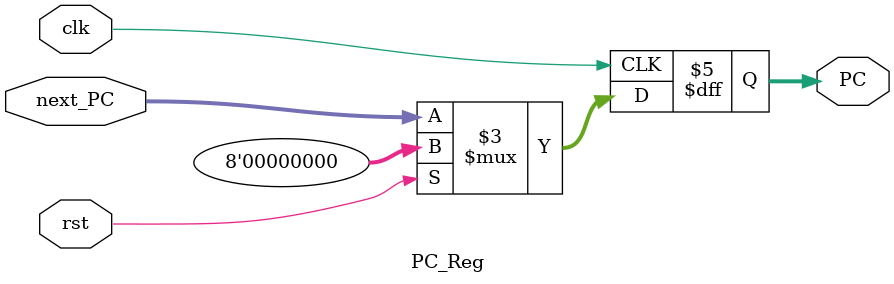
<source format=sv>
module PC_Reg #(
    parameter ADDRESS_WIDTH = 8,
    DATA_WIDTH = 32
)(
    //interface signals 
    input  logic             clk,
    input  logic             rst,
    input  logic [ADDRESS_WIDTH-1:0] next_PC,
    output logic [ADDRESS_WIDTH-1:0] PC
);

always_ff @ (posedge clk) begin

  if(rst) 
    PC <= {ADDRESS_WIDTH{1'b0}};
  else
    PC <= next_PC;

end


endmodule



</source>
